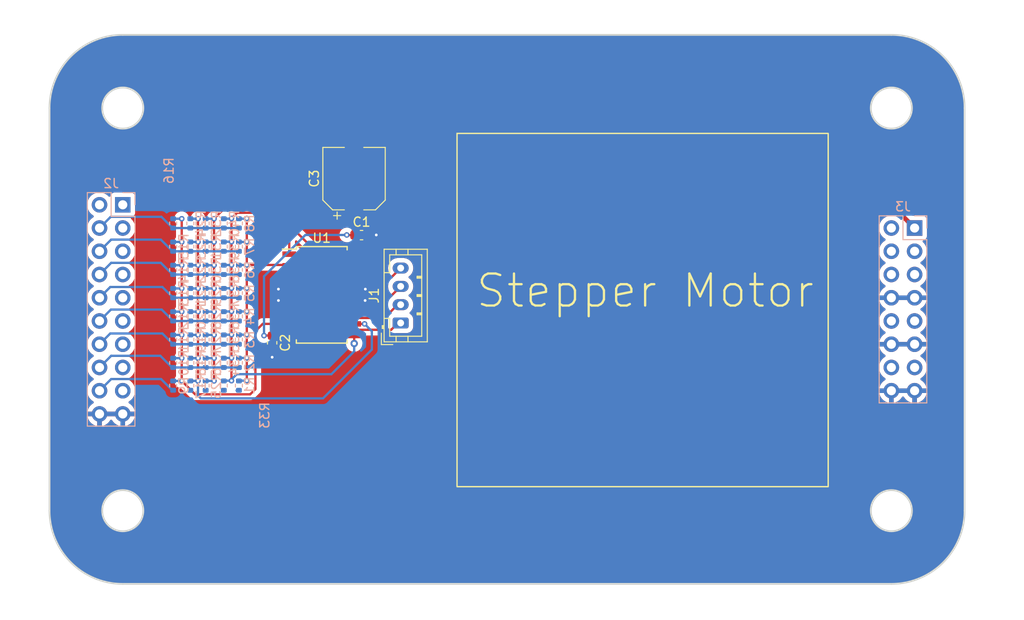
<source format=kicad_pcb>
(kicad_pcb (version 20240108) (generator "pcbnew") (generator_version "8.0")
  (layers (0 "F.Cu" signal) (31 "B.Cu" signal) (34 "B.Paste" user) (35 "F.Paste" user) (36 "B.SilkS" user "B.Silkscreen") (37 "F.SilkS" user "F.Silkscreen") (38 "B.Mask" user) (39 "F.Mask" user) (44 "Edge.Cuts" user))
  (net 0 "")
  (net 1 "GND")
  (net 2 "Net-(J1-Pin_1)")
  (net 3 "Net-(J1-Pin_2)")
  (net 4 "Net-(J1-Pin_3)")
  (net 5 "Net-(J1-Pin_4)")
  (net 6 "Motor_EN")
  (net 7 "Motor_1A")
  (net 8 "DIO0")
  (net 9 "DIO1")
  (net 10 "DIO2")
  (net 11 "DIO3")
  (net 12 "DIO4")
  (net 13 "DIO5")
  (net 14 "DIO6")
  (net 15 "DIO7")
  (net 16 "Motor_4A")
  (net 17 "Motor_3A")
  (net 18 "Motor_2A")
  (net 28 "+12V")
  (footprint "Package_SO:SOIC-16W_5.3x10.2mm_P1.27mm" (layer "F.Cu") (at 125.2822 96.637)
    (property "Reference" "U1")
    (property "Value" "L293D")
  )
  (footprint "Capacitor_SMD:C_0603_1608Metric" (layer "F.Cu") (at 129.6316 90.1092)
    (property "Reference" "C1")
    (property "Value" "100n")
  )
  (footprint "Connector_JST:JST_PH_B4B-PH-K_1x04_P2.00mm_Vertical" (layer "F.Cu") (at 133.9076 99.7132 90)
    (property "Reference" "J1")
    (property "Value" "Conn_01x04_Socket")
  )
  (footprint "Capacitor_SMD:C_0603_1608Metric" (layer "F.Cu") (at 119.8626 101.8794 -90)
    (property "Reference" "C2")
    (property "Value" "100n")
  )
  (footprint "Capacitor_SMD:CP_Elec_6.3x5.2" (layer "F.Cu") (at 128.8128 83.937 90)
    (property "Reference" "C3")
    (property "Value" "4u7")
  )
  (footprint "Resistor_SMD:R_0402_1005Metric" (layer "B.Cu") (at 116.228527 98.987546 90)
    (property "Reference" "R4")
    (property "Value" "0")
  )
  (footprint "Resistor_SMD:R_0402_1005Metric" (layer "B.Cu") (at 109.040327 104.067546 90)
    (property "Reference" "R10")
    (property "Value" "0")
  )
  (footprint "Resistor_SMD:R_0402_1005Metric" (layer "B.Cu") (at 112.596327 106.556746 90)
    (property "Reference" "R25")
    (property "Value" "0")
  )
  (footprint "Resistor_SMD:R_0402_1005Metric" (layer "B.Cu") (at 110.919927 93.907546 90)
    (property "Reference" "R22")
    (property "Value" "0")
  )
  (footprint "Resistor_SMD:R_0402_1005Metric" (layer "B.Cu") (at 116.228527 93.907546 90)
    (property "Reference" "R6")
    (property "Value" "0")
  )
  (footprint "Resistor_SMD:R_0402_1005Metric" (layer "B.Cu") (at 116.228527 106.556746 90)
    (property "Reference" "R1")
    (property "Value" "0")
  )
  (footprint "Resistor_SMD:R_0402_1005Metric" (layer "B.Cu") (at 109.040327 98.987546 90)
    (property "Reference" "R12")
    (property "Value" "0")
  )
  (footprint "Resistor_SMD:R_0402_1005Metric" (layer "B.Cu") (at 116.228527 104.067546 90)
    (property "Reference" "R2")
    (property "Value" "0")
  )
  (footprint "Resistor_SMD:R_0402_1005Metric" (layer "B.Cu") (at 114.577527 104.067546 90)
    (property "Reference" "R34")
    (property "Value" "0")
  )
  (footprint "Resistor_SMD:R_0402_1005Metric" (layer "B.Cu") (at 109.040327 91.367546 90)
    (property "Reference" "R15")
    (property "Value" "0")
  )
  (footprint "Resistor_SMD:R_0402_1005Metric" (layer "B.Cu") (at 114.577527 96.447546 90)
    (property "Reference" "R37")
    (property "Value" "0")
  )
  (footprint "Resistor_SMD:R_0402_1005Metric" (layer "B.Cu") (at 110.919927 96.447546 90)
    (property "Reference" "R21")
    (property "Value" "0")
  )
  (footprint "Resistor_SMD:R_0402_1005Metric" (layer "B.Cu") (at 109.040327 96.447546 90)
    (property "Reference" "R13")
    (property "Value" "0")
  )
  (footprint "Resistor_SMD:R_0402_1005Metric" (layer "B.Cu") (at 112.596327 96.447546 90)
    (property "Reference" "R29")
    (property "Value" "0")
  )
  (footprint "Resistor_SMD:R_0402_1005Metric" (layer "B.Cu") (at 114.577527 106.556746 90)
    (property "Reference" "R33")
    (property "Value" "0")
  )
  (footprint "Resistor_SMD:R_0402_1005Metric" (layer "B.Cu") (at 109.040327 106.556746 90)
    (property "Reference" "R9")
    (property "Value" "0")
  )
  (footprint "Resistor_SMD:R_0402_1005Metric" (layer "B.Cu") (at 112.596327 93.907546 90)
    (property "Reference" "R30")
    (property "Value" "0")
  )
  (footprint "Resistor_SMD:R_0402_1005Metric" (layer "B.Cu") (at 110.919927 106.556746 90)
    (property "Reference" "R17")
    (property "Value" "0")
  )
  (footprint "Resistor_SMD:R_0402_1005Metric" (layer "B.Cu") (at 116.228527 96.447546 90)
    (property "Reference" "R5")
    (property "Value" "0")
  )
  (footprint "Resistor_SMD:R_0402_1005Metric" (layer "B.Cu") (at 112.596327 101.527546 90)
    (property "Reference" "R27")
    (property "Value" "0")
  )
  (footprint "Resistor_SMD:R_0402_1005Metric" (layer "B.Cu") (at 110.919927 104.067546 90)
    (property "Reference" "R18")
    (property "Value" "0")
  )
  (footprint "Resistor_SMD:R_0402_1005Metric" (layer "B.Cu") (at 114.577527 91.367546 90)
    (property "Reference" "R39")
    (property "Value" "0")
  )
  (footprint "Resistor_SMD:R_0402_1005Metric" (layer "B.Cu") (at 116.228527 91.367546 90)
    (property "Reference" "R7")
    (property "Value" "0")
  )
  (footprint "Resistor_SMD:R_0402_1005Metric" (layer "B.Cu") (at 114.577527 101.527546 90)
    (property "Reference" "R35")
    (property "Value" "0")
  )
  (footprint "Connector_PinHeader_2.54mm:PinHeader_2x08_P2.54mm_Vertical" (layer "B.Cu") (at 190.075546 89.335546 180)
    (property "Reference" "J3")
    (property "Value" "Conn_02x08_Odd_Even")
  )
  (footprint "Resistor_SMD:R_0402_1005Metric" (layer "B.Cu") (at 109.040327 101.527546 90)
    (property "Reference" "R11")
    (property "Value" "0")
  )
  (footprint "Resistor_SMD:R_0402_1005Metric" (layer "B.Cu") (at 116.228527 101.527546 90)
    (property "Reference" "R3")
    (property "Value" "0")
  )
  (footprint "Resistor_SMD:R_0402_1005Metric" (layer "B.Cu") (at 114.577527 88.827546 90)
    (property "Reference" "R40")
    (property "Value" "0")
  )
  (footprint "Resistor_SMD:R_0402_1005Metric" (layer "B.Cu") (at 109.040327 93.907546 90)
    (property "Reference" "R14")
    (property "Value" "0")
  )
  (footprint "Resistor_SMD:R_0402_1005Metric" (layer "B.Cu") (at 110.919927 98.987546 90)
    (property "Reference" "R20")
    (property "Value" "0")
  )
  (footprint "Resistor_SMD:R_0402_1005Metric" (layer "B.Cu") (at 110.919927 91.367546 90)
    (property "Reference" "R23")
    (property "Value" "0")
  )
  (footprint "Resistor_SMD:R_0402_1005Metric" (layer "B.Cu") (at 110.919927 88.827546 90)
    (property "Reference" "R24")
    (property "Value" "0")
  )
  (footprint "Resistor_SMD:R_0402_1005Metric" (layer "B.Cu") (at 114.577527 98.987546 90)
    (property "Reference" "R36")
    (property "Value" "0")
  )
  (footprint "Connector_PinHeader_2.54mm:PinHeader_2x10_P2.54mm_Vertical" (layer "B.Cu") (at 103.535546 86.795546 180)
    (property "Reference" "J2")
    (property "Value" "Conn_02x10_Odd_Even")
  )
  (footprint "Resistor_SMD:R_0402_1005Metric" (layer "B.Cu") (at 112.596327 98.987546 90)
    (property "Reference" "R28")
    (property "Value" "0")
  )
  (footprint "Resistor_SMD:R_0402_1005Metric" (layer "B.Cu") (at 112.596327 91.367546 90)
    (property "Reference" "R31")
    (property "Value" "0")
  )
  (footprint "Resistor_SMD:R_0402_1005Metric" (layer "B.Cu") (at 116.228527 88.827546 90)
    (property "Reference" "R8")
    (property "Value" "0")
  )
  (footprint "Resistor_SMD:R_0402_1005Metric" (layer "B.Cu") (at 109.040327 88.827546 90)
    (property "Reference" "R16")
    (property "Value" "0")
  )
  (footprint "Resistor_SMD:R_0402_1005Metric" (layer "B.Cu") (at 110.919927 101.527546 90)
    (property "Reference" "R19")
    (property "Value" "0")
  )
  (footprint "Resistor_SMD:R_0402_1005Metric" (layer "B.Cu") (at 112.596327 104.067546 90)
    (property "Reference" "R26")
    (property "Value" "0")
  )
  (footprint "Resistor_SMD:R_0402_1005Metric" (layer "B.Cu") (at 112.596327 88.827546 90)
    (property "Reference" "R32")
    (property "Value" "0")
  )
  (footprint "Resistor_SMD:R_0402_1005Metric" (layer "B.Cu") (at 114.577527 93.907546 90)
    (property "Reference" "R38")
    (property "Value" "0")
  )
  (gr_rect (start 140.0683 78.994) (end 180.6321 117.602) (stroke (width 0.15)) (fill none) (layer "F.SilkS"))
  (gr_arc (start 195.535546 120.225546) (mid 193.1924 125.8824) (end 187.535546 128.225546) (stroke (width 0.2)) (layer "Edge.Cuts"))
  (gr_arc (start 95.535546 76.225546) (mid 97.878692 70.568692) (end 103.535546 68.225546) (stroke (width 0.2)) (layer "Edge.Cuts"))
  (gr_line (start 187.535546 68.225546) (end 103.535546 68.225546) (stroke (width 0.2)) (layer "Edge.Cuts"))
  (gr_circle (center 187.535546 120.225546) (end 189.785546 120.225546) (stroke (width 0.2)) (fill none) (layer "Edge.Cuts"))
  (gr_line (start 103.535546 128.225546) (end 187.535546 128.225546) (stroke (width 0.2)) (layer "Edge.Cuts"))
  (gr_circle (center 103.535546 76.225546) (end 105.785546 76.225546) (stroke (width 0.2)) (fill none) (layer "Edge.Cuts"))
  (gr_line (start 195.535546 120.225546) (end 195.535546 76.225546) (stroke (width 0.2)) (layer "Edge.Cuts"))
  (gr_circle (center 187.535546 76.225546) (end 189.785546 76.225546) (stroke (width 0.2)) (fill none) (layer "Edge.Cuts"))
  (gr_arc (start 187.535546 68.225546) (mid 193.1924 70.568692) (end 195.535546 76.225546) (stroke (width 0.2)) (layer "Edge.Cuts"))
  (gr_circle (center 103.535546 120.225546) (end 105.785546 120.225546) (stroke (width 0.2)) (fill none) (layer "Edge.Cuts"))
  (gr_line (start 95.535546 76.225546) (end 95.535546 120.225546) (stroke (width 0.2)) (layer "Edge.Cuts"))
  (gr_arc (start 103.535546 128.225546) (mid 97.878692 125.8824) (end 95.535546 120.225546) (stroke (width 0.2)) (layer "Edge.Cuts"))
  (gr_text "Stepper Motor" (at 141.9606 98.2472 0) (layer "F.SilkS") (effects (font (size 3.5 3.5) (thickness 0.25)) (justify left bottom)))
  (segment (start 119.8626 103.4542) (end 119.8626 102.6544) (width 0.25) (layer "F.Cu") (net 1))
  (segment (start 128.8422 96.012) (end 128.8322 96.002) (width 0.508) (layer "F.Cu") (net 1))
  (segment (start 130.422 90.0938) (end 130.4066 90.1092) (width 0.25) (layer "F.Cu") (net 1))
  (segment (start 128.8476 97.2566) (end 128.8322 97.272) (width 0.508) (layer "F.Cu") (net 1))
  (segment (start 121.7222 96.012) (end 121.7322 96.002) (width 0.508) (layer "F.Cu") (net 1))
  (segment (start 130.0226 97.2566) (end 128.8476 97.2566) (width 0.508) (layer "F.Cu") (net 1))
  (segment (start 120.5484 97.2566) (end 121.7168 97.2566) (width 0.508) (layer "F.Cu") (net 1))
  (segment (start 131.2418 90.0938) (end 130.422 90.0938) (width 0.25) (layer "F.Cu") (net 1))
  (segment (start 130.048 96.012) (end 128.8422 96.012) (width 0.508) (layer "F.Cu") (net 1))
  (segment (start 121.7168 97.2566) (end 121.7322 97.272) (width 0.508) (layer "F.Cu") (net 1))
  (segment (start 120.5484 96.012) (end 121.7222 96.012) (width 0.508) (layer "F.Cu") (net 1))
  (via (at 119.8626 103.4542) (size 0.6) (drill 0.3) (layers "F.Cu" "B.Cu") (net 1))
  (via (at 130.048 96.012) (size 0.6) (drill 0.3) (layers "F.Cu" "B.Cu") (net 1))
  (via (at 131.2418 90.0938) (size 0.6) (drill 0.3) (layers "F.Cu" "B.Cu") (net 1))
  (via (at 120.5484 96.012) (size 0.6) (drill 0.3) (layers "F.Cu" "B.Cu") (net 1))
  (via (at 120.5484 97.2566) (size 0.6) (drill 0.3) (layers "F.Cu" "B.Cu") (net 1))
  (via (at 130.0226 97.2566) (size 0.6) (drill 0.3) (layers "F.Cu" "B.Cu") (net 1))
  (segment (start 124.7802 98.542) (end 126.6952 100.457) (width 0.25) (layer "F.Cu") (net 2))
  (segment (start 132.8674 100.457) (end 133.6112 99.7132) (width 0.25) (layer "F.Cu") (net 2))
  (segment (start 126.6952 100.457) (end 132.8674 100.457) (width 0.25) (layer "F.Cu") (net 2))
  (segment (start 133.6112 99.7132) (end 133.9076 99.7132) (width 0.25) (layer "F.Cu") (net 2))
  (segment (start 121.7322 98.542) (end 124.7802 98.542) (width 0.25) (layer "F.Cu") (net 2))
  (segment (start 133.5792 97.7132) (end 133.9076 97.7132) (width 0.25) (layer "F.Cu") (net 3))
  (segment (start 123.053 94.732) (end 127.488 99.167) (width 0.25) (layer "F.Cu") (net 3))
  (segment (start 127.488 99.167) (end 132.1254 99.167) (width 0.25) (layer "F.Cu") (net 3))
  (segment (start 121.7322 94.732) (end 123.053 94.732) (width 0.25) (layer "F.Cu") (net 3))
  (segment (start 132.1254 99.167) (end 133.5792 97.7132) (width 0.25) (layer "F.Cu") (net 3))
  (segment (start 131.0788 98.542) (end 133.9076 95.7132) (width 0.25) (layer "F.Cu") (net 4))
  (segment (start 128.8322 98.542) (end 131.0788 98.542) (width 0.25) (layer "F.Cu") (net 4))
  (segment (start 128.8322 94.732) (end 132.8888 94.732) (width 0.25) (layer "F.Cu") (net 5))
  (segment (start 132.8888 94.732) (end 133.9076 93.7132) (width 0.25) (layer "F.Cu") (net 5))
  (segment (start 121.7322 89.6266) (end 121.7322 92.192) (width 0.25) (layer "F.Cu") (net 6))
  (segment (start 128.8288 101.0854) (end 128.8322 101.082) (width 0.25) (layer "F.Cu") (net 6))
  (segment (start 128.8288 101.9556) (end 128.8288 101.0854) (width 0.25) (layer "F.Cu") (net 6))
  (segment (start 116.038854 87.669146) (end 119.774746 87.669146) (width 0.25) (layer "F.Cu") (net 6))
  (segment (start 115.417727 105.945146) (end 115.341527 106.021346) (width 0.25) (layer "F.Cu") (net 6))
  (segment (start 115.417727 88.296146) (end 115.417727 105.945146) (width 0.25) (layer "F.Cu") (net 6))
  (segment (start 115.417727 88.296146) (end 115.417727 88.290273) (width 0.25) (layer "F.Cu") (net 6))
  (segment (start 119.774746 87.669146) (end 121.7322 89.6266) (width 0.25) (layer "F.Cu") (net 6))
  (segment (start 115.417727 88.290273) (end 116.038854 87.669146) (width 0.25) (layer "F.Cu") (net 6))
  (via (at 115.417727 90.836146) (size 0.6) (drill 0.3) (layers "F.Cu" "B.Cu") (net 6))
  (via (at 115.417727 100.996146) (size 0.6) (drill 0.3) (layers "F.Cu" "B.Cu") (net 6))
  (via (at 115.417727 95.916146) (size 0.6) (drill 0.3) (layers "F.Cu" "B.Cu") (net 6))
  (via (at 128.8288 101.9556) (size 0.8) (drill 0.4) (layers "F.Cu" "B.Cu") (net 6))
  (via (at 115.417727 98.456146) (size 0.6) (drill 0.3) (layers "F.Cu" "B.Cu") (net 6))
  (via (at 115.417727 106.021346) (size 0.6) (drill 0.3) (layers "F.Cu" "B.Cu") (net 6))
  (via (at 115.417727 103.536146) (size 0.6) (drill 0.3) (layers "F.Cu" "B.Cu") (net 6))
  (via (at 115.417727 88.296146) (size 0.6) (drill 0.3) (layers "F.Cu" "B.Cu") (net 6))
  (via (at 115.417727 93.376146) (size 0.6) (drill 0.3) (layers "F.Cu" "B.Cu") (net 6))
  (segment (start 128.8288 101.9556) (end 128.8288 102.8192) (width 0.25) (layer "B.Cu") (net 6))
  (segment (start 115.415727 95.914146) (end 115.417727 95.916146) (width 0.25) (layer "B.Cu") (net 6))
  (segment (start 114.147727 95.916146) (end 114.169127 95.937546) (width 0.25) (layer "B.Cu") (net 6))
  (segment (start 115.415727 100.994146) (end 115.417727 100.996146) (width 0.25) (layer "B.Cu") (net 6))
  (segment (start 115.415727 88.294146) (end 115.417727 88.296146) (width 0.25) (layer "B.Cu") (net 6))
  (segment (start 114.598927 100.996146) (end 114.577527 101.017546) (width 0.25) (layer "B.Cu") (net 6))
  (segment (start 114.598927 98.456146) (end 114.577527 98.477546) (width 0.25) (layer "B.Cu") (net 6))
  (segment (start 115.417727 103.536146) (end 114.598927 103.536146) (width 0.25) (layer "B.Cu") (net 6))
  (segment (start 128.8542 101.9556) (end 128.9812 101.8286) (width 0.25) (layer "B.Cu") (net 6))
  (segment (start 114.169127 95.937546) (end 114.577527 95.937546) (width 0.25) (layer "B.Cu") (net 6))
  (segment (start 115.415727 103.534146) (end 115.417727 103.536146) (width 0.25) (layer "B.Cu") (net 6))
  (segment (start 114.452527 90.836146) (end 115.417727 90.836146) (width 0.25) (layer "B.Cu") (net 6))
  (segment (start 115.417727 93.376146) (end 114.598927 93.376146) (width 0.25) (layer "B.Cu") (net 6))
  (segment (start 114.602927 106.021346) (end 114.577527 106.046746) (width 0.25) (layer "B.Cu") (net 6))
  (segment (start 114.577527 90.857546) (end 114.473927 90.857546) (width 0.25) (layer "B.Cu") (net 6))
  (segment (start 114.473927 90.857546) (end 114.452527 90.836146) (width 0.25) (layer "B.Cu") (net 6))
  (segment (start 128.8288 101.9556) (end 128.8542 101.9556) (width 0.25) (layer "B.Cu") (net 6))
  (segment (start 115.417727 105.883266) (end 115.417727 106.021346) (width 0.25) (layer "B.Cu") (net 6))
  (segment (start 115.415727 93.374146) (end 115.417727 93.376146) (width 0.25) (layer "B.Cu") (net 6))
  (segment (start 114.598927 93.376146) (end 114.577527 93.397546) (width 0.25) (layer "B.Cu") (net 6))
  (segment (start 128.8288 102.8192) (end 126.3396 105.3084) (width 0.25) (layer "B.Cu") (net 6))
  (segment (start 115.417727 106.021346) (end 114.602927 106.021346) (width 0.25) (layer "B.Cu") (net 6))
  (segment (start 114.577527 88.317546) (end 115.396327 88.317546) (width 0.25) (layer "B.Cu") (net 6))
  (segment (start 114.598927 103.536146) (end 114.577527 103.557546) (width 0.25) (layer "B.Cu") (net 6))
  (segment (start 115.415727 90.834146) (end 115.417727 90.836146) (width 0.25) (layer "B.Cu") (net 6))
  (segment (start 126.3396 105.3084) (end 115.992593 105.3084) (width 0.25) (layer "B.Cu") (net 6))
  (segment (start 115.417727 98.456146) (end 114.598927 98.456146) (width 0.25) (layer "B.Cu") (net 6))
  (segment (start 115.417727 95.916146) (end 114.147727 95.916146) (width 0.25) (layer "B.Cu") (net 6))
  (segment (start 115.417727 100.996146) (end 114.598927 100.996146) (width 0.25) (layer "B.Cu") (net 6))
  (segment (start 115.415727 98.454146) (end 115.417727 98.456146) (width 0.25) (layer "B.Cu") (net 6))
  (segment (start 115.992593 105.3084) (end 115.417727 105.883266) (width 0.25) (layer "B.Cu") (net 6))
  (segment (start 115.396327 88.317546) (end 115.417727 88.296146) (width 0.25) (layer "B.Cu") (net 6))
  (segment (start 117.092127 105.943146) (end 117.015927 106.019346) (width 0.25) (layer "F.Cu") (net 7))
  (segment (start 117.095873 93.3704) (end 117.092127 93.374146) (width 0.25) (layer "F.Cu") (net 7))
  (segment (start 117.092127 88.294146) (end 117.092127 105.943146) (width 0.25) (layer "F.Cu") (net 7))
  (segment (start 121.6406 93.3704) (end 117.095873 93.3704) (width 0.25) (layer "F.Cu") (net 7))
  (segment (start 121.7322 93.462) (end 121.6406 93.3704) (width 0.25) (layer "F.Cu") (net 7))
  (via (at 117.092127 93.374146) (size 0.6) (drill 0.3) (layers "F.Cu" "B.Cu") (net 7))
  (via (at 117.092127 90.834146) (size 0.6) (drill 0.3) (layers "F.Cu" "B.Cu") (net 7))
  (via (at 117.092127 98.454146) (size 0.6) (drill 0.3) (layers "F.Cu" "B.Cu") (net 7))
  (via (at 117.092127 106.019346) (size 0.6) (drill 0.3) (layers "F.Cu" "B.Cu") (net 7))
  (via (at 117.092127 95.914146) (size 0.6) (drill 0.3) (layers "F.Cu" "B.Cu") (net 7))
  (via (at 117.092127 88.294146) (size 0.6) (drill 0.3) (layers "F.Cu" "B.Cu") (net 7))
  (via (at 117.092127 103.534146) (size 0.6) (drill 0.3) (layers "F.Cu" "B.Cu") (net 7))
  (via (at 117.092127 100.994146) (size 0.6) (drill 0.3) (layers "F.Cu" "B.Cu") (net 7))
  (segment (start 117.090127 98.452146) (end 117.092127 98.454146) (width 0.25) (layer "B.Cu") (net 7))
  (segment (start 117.092127 98.454146) (end 116.251927 98.454146) (width 0.25) (layer "B.Cu") (net 7))
  (segment (start 117.092127 103.534146) (end 116.251927 103.534146) (width 0.25) (layer "B.Cu") (net 7))
  (segment (start 116.255927 106.019346) (end 116.228527 106.046746) (width 0.25) (layer "B.Cu") (net 7))
  (segment (start 117.092127 100.994146) (end 116.251927 100.994146) (width 0.25) (layer "B.Cu") (net 7))
  (segment (start 117.090127 95.912146) (end 117.092127 95.914146) (width 0.25) (layer "B.Cu") (net 7))
  (segment (start 116.888927 100.994146) (end 116.873527 101.009546) (width 0.25) (layer "B.Cu") (net 7))
  (segment (start 116.251927 100.994146) (end 116.228527 101.017546) (width 0.25) (layer "B.Cu") (net 7))
  (segment (start 117.092127 95.914146) (end 116.251927 95.914146) (width 0.25) (layer "B.Cu") (net 7))
  (segment (start 117.092127 93.374146) (end 116.251927 93.374146) (width 0.25) (layer "B.Cu") (net 7))
  (segment (start 116.251927 93.374146) (end 116.228527 93.397546) (width 0.25) (layer "B.Cu") (net 7))
  (segment (start 117.068727 88.317546) (end 117.092127 88.294146) (width 0.25) (layer "B.Cu") (net 7))
  (segment (start 117.090127 100.992146) (end 117.092127 100.994146) (width 0.25) (layer "B.Cu") (net 7))
  (segment (start 117.090127 93.372146) (end 117.092127 93.374146) (width 0.25) (layer "B.Cu") (net 7))
  (segment (start 116.228527 88.317546) (end 117.068727 88.317546) (width 0.25) (layer "B.Cu") (net 7))
  (segment (start 117.090127 103.532146) (end 117.092127 103.534146) (width 0.25) (layer "B.Cu") (net 7))
  (segment (start 117.090127 88.292146) (end 117.092127 88.294146) (width 0.25) (layer "B.Cu") (net 7))
  (segment (start 116.228527 90.857546) (end 117.068727 90.857546) (width 0.25) (layer "B.Cu") (net 7))
  (segment (start 117.090127 90.832146) (end 117.092127 90.834146) (width 0.25) (layer "B.Cu") (net 7))
  (segment (start 117.092127 100.994146) (end 116.888927 100.994146) (width 0.25) (layer "B.Cu") (net 7))
  (segment (start 117.092127 106.019346) (end 116.255927 106.019346) (width 0.25) (layer "B.Cu") (net 7))
  (segment (start 117.068727 90.857546) (end 117.092127 90.834146) (width 0.25) (layer "B.Cu") (net 7))
  (segment (start 116.251927 95.914146) (end 116.228527 95.937546) (width 0.25) (layer "B.Cu") (net 7))
  (segment (start 116.251927 103.534146) (end 116.228527 103.557546) (width 0.25) (layer "B.Cu") (net 7))
  (segment (start 116.873527 101.009546) (end 116.873527 101.146546) (width 0.25) (layer "B.Cu") (net 7))
  (segment (start 116.251927 98.454146) (end 116.228527 98.477546) (width 0.25) (layer "B.Cu") (net 7))
  (segment (start 102.218492 88.1126) (end 100.995546 89.335546) (width 0.25) (layer "B.Cu") (net 8))
  (segment (start 109.040327 89.337546) (end 108.985873 89.337546) (width 0.25) (layer "B.Cu") (net 8))
  (segment (start 108.985873 89.337546) (end 107.760927 88.1126) (width 0.25) (layer "B.Cu") (net 8))
  (segment (start 107.760927 88.1126) (end 102.218492 88.1126) (width 0.25) (layer "B.Cu") (net 8))
  (segment (start 109.040327 89.337546) (end 116.228527 89.337546) (width 0.25) (layer "B.Cu") (net 8))
  (segment (start 109.038581 89.339292) (end 109.040327 89.337546) (width 0.25) (layer "B.Cu") (net 8))
  (segment (start 109.040327 91.877546) (end 116.228527 91.877546) (width 0.25) (layer "B.Cu") (net 9))
  (segment (start 108.969746 91.875546) (end 107.696 90.6018) (width 0.25) (layer "B.Cu") (net 9))
  (segment (start 102.269292 90.6018) (end 100.995546 91.875546) (width 0.25) (layer "B.Cu") (net 9))
  (segment (start 107.696 90.6018) (end 102.269292 90.6018) (width 0.25) (layer "B.Cu") (net 9))
  (segment (start 109.038581 91.879292) (end 109.040327 91.877546) (width 0.25) (layer "B.Cu") (net 9))
  (segment (start 109.040327 94.417546) (end 116.228527 94.417546) (width 0.25) (layer "B.Cu") (net 10))
  (segment (start 109.038581 94.419292) (end 109.040327 94.417546) (width 0.25) (layer "B.Cu") (net 10))
  (segment (start 107.696 93.1418) (end 102.269292 93.1418) (width 0.25) (layer "B.Cu") (net 10))
  (segment (start 108.971746 94.417546) (end 107.696 93.1418) (width 0.25) (layer "B.Cu") (net 10))
  (segment (start 102.269292 93.1418) (end 100.995546 94.415546) (width 0.25) (layer "B.Cu") (net 10))
  (segment (start 109.040327 94.417546) (end 108.971746 94.417546) (width 0.25) (layer "B.Cu") (net 10))
  (segment (start 107.863327 95.780546) (end 102.170546 95.780546) (width 0.25) (layer "B.Cu") (net 11))
  (segment (start 109.040327 96.957546) (end 107.863327 95.780546) (width 0.25) (layer "B.Cu") (net 11))
  (segment (start 109.040327 96.957546) (end 116.228527 96.957546) (width 0.25) (layer "B.Cu") (net 11))
  (segment (start 102.170546 95.780546) (end 100.995546 96.955546) (width 0.25) (layer "B.Cu") (net 11))
  (segment (start 109.038581 96.959292) (end 109.040327 96.957546) (width 0.25) (layer "B.Cu") (net 11))
  (segment (start 109.040327 96.957546) (end 109.042327 96.955546) (width 0.25) (layer "B.Cu") (net 11))
  (segment (start 109.040327 99.497546) (end 116.228527 99.497546) (width 0.25) (layer "B.Cu") (net 12))
  (segment (start 109.038581 99.499292) (end 109.040327 99.497546) (width 0.25) (layer "B.Cu") (net 12))
  (segment (start 109.040327 99.497546) (end 109.042327 99.495546) (width 0.25) (layer "B.Cu") (net 12))
  (segment (start 109.040327 99.497546) (end 107.789981 98.2472) (width 0.25) (layer "B.Cu") (net 12))
  (segment (start 102.243892 98.2472) (end 100.995546 99.495546) (width 0.25) (layer "B.Cu") (net 12))
  (segment (start 107.789981 98.2472) (end 102.243892 98.2472) (width 0.25) (layer "B.Cu") (net 12))
  (segment (start 109.038581 102.039292) (end 109.040327 102.037546) (width 0.25) (layer "B.Cu") (net 13))
  (segment (start 102.170546 100.860546) (end 100.995546 102.035546) (width 0.25) (layer "B.Cu") (net 13))
  (segment (start 109.040327 102.037546) (end 116.228527 102.037546) (width 0.25) (layer "B.Cu") (net 13))
  (segment (start 107.863327 100.860546) (end 102.170546 100.860546) (width 0.25) (layer "B.Cu") (net 13))
  (segment (start 109.042327 102.035546) (end 111.986854 102.035546) (width 0.25) (layer "B.Cu") (net 13))
  (segment (start 109.040327 102.037546) (end 107.863327 100.860546) (width 0.25) (layer "B.Cu") (net 13))
  (segment (start 109.040327 102.037546) (end 109.042327 102.035546) (width 0.25) (layer "B.Cu") (net 13))
  (segment (start 109.040327 104.577546) (end 108.918946 104.577546) (width 0.25) (layer "B.Cu") (net 14))
  (segment (start 107.6432 103.3018) (end 102.269292 103.3018) (width 0.25) (layer "B.Cu") (net 14))
  (segment (start 108.918946 104.577546) (end 107.6432 103.3018) (width 0.25) (layer "B.Cu") (net 14))
  (segment (start 102.269292 103.3018) (end 100.995546 104.575546) (width 0.25) (layer "B.Cu") (net 14))
  (segment (start 109.040327 104.577546) (end 116.228527 104.577546) (width 0.25) (layer "B.Cu") (net 14))
  (segment (start 108.946346 107.066746) (end 109.040327 107.066746) (width 0.25) (layer "B.Cu") (net 15))
  (segment (start 102.269292 105.8418) (end 107.7214 105.8418) (width 0.25) (layer "B.Cu") (net 15))
  (segment (start 115.972781 107.093892) (end 116.025327 107.041346) (width 0.25) (layer "B.Cu") (net 15))
  (segment (start 107.7214 105.8418) (end 108.946346 107.066746) (width 0.25) (layer "B.Cu") (net 15))
  (segment (start 116.175981 107.119292) (end 116.228527 107.066746) (width 0.25) (layer "B.Cu") (net 15))
  (segment (start 116.179727 107.115546) (end 116.228527 107.066746) (width 0.25) (layer "B.Cu") (net 15))
  (segment (start 100.995546 107.115546) (end 102.269292 105.8418) (width 0.25) (layer "B.Cu") (net 15))
  (segment (start 109.0168 107.1118) (end 109.063854 107.064746) (width 0.25) (layer "B.Cu") (net 15))
  (segment (start 113.510727 88.319546) (end 113.510727 88.317673) (width 0.25) (layer "F.Cu") (net 16))
  (segment (start 114.609254 87.219146) (end 119.961142 87.219146) (width 0.25) (layer "F.Cu") (net 16))
  (segment (start 126.203996 93.462) (end 128.8322 93.462) (width 0.25) (layer "F.Cu") (net 16))
  (segment (start 113.510727 88.317673) (end 114.609254 87.219146) (width 0.25) (layer "F.Cu") (net 16))
  (segment (start 119.961142 87.219146) (end 126.203996 93.462) (width 0.25) (layer "F.Cu") (net 16))
  (segment (start 113.510727 105.968546) (end 113.434527 106.044746) (width 0.25) (layer "F.Cu") (net 16))
  (segment (start 113.510727 88.319546) (end 113.510727 105.968546) (width 0.25) (layer "F.Cu") (net 16))
  (via (at 113.510727 101.019546) (size 0.6) (drill 0.3) (layers "F.Cu" "B.Cu") (net 16))
  (via (at 113.510727 93.399546) (size 0.6) (drill 0.3) (layers "F.Cu" "B.Cu") (net 16))
  (via (at 113.510727 103.559546) (size 0.6) (drill 0.3) (layers "F.Cu" "B.Cu") (net 16))
  (via (at 113.510727 106.044746) (size 0.6) (drill 0.3) (layers "F.Cu" "B.Cu") (net 16))
  (via (at 113.510727 95.939546) (size 0.6) (drill 0.3) (layers "F.Cu" "B.Cu") (net 16))
  (via (at 113.510727 90.859546) (size 0.6) (drill 0.3) (layers "F.Cu" "B.Cu") (net 16))
  (via (at 113.510727 98.479546) (size 0.6) (drill 0.3) (layers "F.Cu" "B.Cu") (net 16))
  (via (at 113.510727 88.319546) (size 0.6) (drill 0.3) (layers "F.Cu" "B.Cu") (net 16))
  (segment (start 113.508727 90.857546) (end 113.510727 90.859546) (width 0.25) (layer "B.Cu") (net 16))
  (segment (start 113.510727 90.859546) (end 112.598327 90.859546) (width 0.25) (layer "B.Cu") (net 16))
  (segment (start 113.508727 103.557546) (end 113.510727 103.559546) (width 0.25) (layer "B.Cu") (net 16))
  (segment (start 112.598327 95.939546) (end 112.596327 95.937546) (width 0.25) (layer "B.Cu") (net 16))
  (segment (start 113.508727 93.397546) (end 113.510727 93.399546) (width 0.25) (layer "B.Cu") (net 16))
  (segment (start 113.510727 103.559546) (end 112.598327 103.559546) (width 0.25) (layer "B.Cu") (net 16))
  (segment (start 113.510727 98.479546) (end 112.598327 98.479546) (width 0.25) (layer "B.Cu") (net 16))
  (segment (start 113.508727 98.477546) (end 113.510727 98.479546) (width 0.25) (layer "B.Cu") (net 16))
  (segment (start 113.508727 88.317546) (end 113.510727 88.319546) (width 0.25) (layer "B.Cu") (net 16))
  (segment (start 113.510727 95.939546) (end 112.598327 95.939546) (width 0.25) (layer "B.Cu") (net 16))
  (segment (start 113.510727 106.044746) (end 112.598327 106.044746) (width 0.25) (layer "B.Cu") (net 16))
  (segment (start 113.508727 95.937546) (end 113.510727 95.939546) (width 0.25) (layer "B.Cu") (net 16))
  (segment (start 113.508727 101.017546) (end 113.510727 101.019546) (width 0.25) (layer "B.Cu") (net 16))
  (segment (start 112.598327 106.044746) (end 112.596327 106.046746) (width 0.25) (layer "B.Cu") (net 16))
  (segment (start 112.598327 90.859546) (end 112.596327 90.857546) (width 0.25) (layer "B.Cu") (net 16))
  (segment (start 112.598327 98.479546) (end 112.596327 98.477546) (width 0.25) (layer "B.Cu") (net 16))
  (segment (start 112.598327 93.399546) (end 112.596327 93.397546) (width 0.25) (layer "B.Cu") (net 16))
  (segment (start 113.510727 101.019546) (end 112.598327 101.019546) (width 0.25) (layer "B.Cu") (net 16))
  (segment (start 112.596327 88.317546) (end 113.508727 88.317546) (width 0.25) (layer "B.Cu") (net 16))
  (segment (start 113.510727 93.399546) (end 112.598327 93.399546) (width 0.25) (layer "B.Cu") (net 16))
  (segment (start 112.598327 101.019546) (end 112.596327 101.017546) (width 0.25) (layer "B.Cu") (net 16))
  (segment (start 111.758127 88.319546) (end 111.758127 105.968546) (width 0.25) (layer "F.Cu") (net 17))
  (segment (start 129.9618 99.812) (end 128.8322 99.812) (width 0.25) (layer "F.Cu") (net 17))
  (segment (start 128.8322 99.812) (end 128.4378 99.812) (width 0.25) (layer "F.Cu") (net 17))
  (segment (start 111.759746 106.044746) (end 111.758127 106.044746) (width 0.25) (layer "F.Cu") (net 17))
  (segment (start 111.758127 105.968546) (end 111.681927 106.044746) (width 0.25) (layer "F.Cu") (net 17))
  (via (at 111.758127 88.319546) (size 0.6) (drill 0.3) (layers "F.Cu" "B.Cu") (net 17))
  (via (at 111.758127 90.859546) (size 0.6) (drill 0.3) (layers "F.Cu" "B.Cu") (net 17))
  (via (at 111.758127 103.559546) (size 0.6) (drill 0.3) (layers "F.Cu" "B.Cu") (net 17))
  (via (at 111.758127 98.479546) (size 0.6) (drill 0.3) (layers "F.Cu" "B.Cu") (net 17))
  (via (at 111.758127 93.399546) (size 0.6) (drill 0.3) (layers "F.Cu" "B.Cu") (net 17))
  (via (at 129.9618 99.812) (size 0.6) (drill 0.3) (layers "F.Cu" "B.Cu") (net 17))
  (via (at 111.758127 101.019546) (size 0.6) (drill 0.3) (layers "F.Cu" "B.Cu") (net 17))
  (via (at 111.758127 106.044746) (size 0.6) (drill 0.3) (layers "F.Cu" "B.Cu") (net 17))
  (via (at 111.758127 95.939546) (size 0.6) (drill 0.3) (layers "F.Cu" "B.Cu") (net 17))
  (segment (start 110.921927 93.399546) (end 110.919927 93.397546) (width 0.25) (layer "B.Cu") (net 17))
  (segment (start 111.758127 107.643327) (end 111.758127 106.044746) (width 0.25) (layer "B.Cu") (net 17))
  (segment (start 111.756127 95.937546) (end 111.758127 95.939546) (width 0.25) (layer "B.Cu") (net 17))
  (segment (start 110.921927 103.559546) (end 110.919927 103.557546) (width 0.25) (layer "B.Cu") (net 17))
  (segment (start 110.919927 88.317546) (end 111.756127 88.317546) (width 0.25) (layer "B.Cu") (net 17))
  (segment (start 111.758127 103.559546) (end 110.921927 103.559546) (width 0.25) (layer "B.Cu") (net 17))
  (segment (start 130.7592 102.616) (end 125.4252 107.95) (width 0.25) (layer "B.Cu") (net 17))
  (segment (start 129.9618 99.812) (end 130.7592 100.6094) (width 0.25) (layer "B.Cu") (net 17))
  (segment (start 111.758127 95.939546) (end 110.921927 95.939546) (width 0.25) (layer "B.Cu") (net 17))
  (segment (start 112.0648 107.95) (end 111.758127 107.643327) (width 0.25) (layer "B.Cu") (net 17))
  (segment (start 111.756127 88.317546) (end 111.758127 88.319546) (width 0.25) (layer "B.Cu") (net 17))
  (segment (start 111.756127 101.017546) (end 111.758127 101.019546) (width 0.25) (layer "B.Cu") (net 17))
  (segment (start 111.758127 106.044746) (end 110.921927 106.044746) (width 0.25) (layer "B.Cu") (net 17))
  (segment (start 110.921927 90.859546) (end 110.919927 90.857546) (width 0.25) (layer "B.Cu") (net 17))
  (segment (start 111.756127 103.557546) (end 111.758127 103.559546) (width 0.25) (layer "B.Cu") (net 17))
  (segment (start 130.7592 100.6094) (end 130.7592 102.616) (width 0.25) (layer "B.Cu") (net 17))
  (segment (start 111.756127 98.477546) (end 111.758127 98.479546) (width 0.25) (layer "B.Cu") (net 17))
  (segment (start 111.756127 90.857546) (end 111.758127 90.859546) (width 0.25) (layer "B.Cu") (net 17))
  (segment (start 110.921927 106.044746) (end 110.919927 106.046746) (width 0.25) (layer "B.Cu") (net 17))
  (segment (start 111.758127 93.399546) (end 110.921927 93.399546) (width 0.25) (layer "B.Cu") (net 17))
  (segment (start 110.921927 98.479546) (end 110.919927 98.477546) (width 0.25) (layer "B.Cu") (net 17))
  (segment (start 111.758127 98.479546) (end 110.921927 98.479546) (width 0.25) (layer "B.Cu") (net 17))
  (segment (start 111.756127 93.397546) (end 111.758127 93.399546) (width 0.25) (layer "B.Cu") (net 17))
  (segment (start 111.758127 105.910666) (end 111.758127 106.044746) (width 0.25) (layer "B.Cu") (net 17))
  (segment (start 110.921927 95.939546) (end 110.919927 95.937546) (width 0.25) (layer "B.Cu") (net 17))
  (segment (start 125.4252 107.95) (end 112.0648 107.95) (width 0.25) (layer "B.Cu") (net 17))
  (segment (start 110.921927 101.019546) (end 110.919927 101.017546) (width 0.25) (layer "B.Cu") (net 17))
  (segment (start 111.758127 101.019546) (end 110.921927 101.019546) (width 0.25) (layer "B.Cu") (net 17))
  (segment (start 111.758127 90.859546) (end 110.921927 90.859546) (width 0.25) (layer "B.Cu") (net 17))
  (segment (start 118.0338 106.935396) (end 118.0338 100.6094) (width 0.25) (layer "F.Cu") (net 18))
  (segment (start 118.8312 99.812) (end 121.7322 99.812) (width 0.25) (layer "F.Cu") (net 18))
  (segment (start 117.458196 107.511) (end 118.0338 106.935396) (width 0.25) (layer "F.Cu") (net 18))
  (segment (start 109.980127 88.319546) (end 109.980127 105.968546) (width 0.25) (layer "F.Cu") (net 18))
  (segment (start 109.980127 105.968546) (end 109.903927 106.044746) (width 0.25) (layer "F.Cu") (net 18))
  (segment (start 111.446381 107.511) (end 117.458196 107.511) (width 0.25) (layer "F.Cu") (net 18))
  (segment (start 118.0338 100.6094) (end 118.8312 99.812) (width 0.25) (layer "F.Cu") (net 18))
  (segment (start 109.980127 106.044746) (end 111.446381 107.511) (width 0.25) (layer "F.Cu") (net 18))
  (via (at 109.980127 106.044746) (size 0.6) (drill 0.3) (layers "F.Cu" "B.Cu") (net 18))
  (via (at 109.980127 95.939546) (size 0.6) (drill 0.3) (layers "F.Cu" "B.Cu") (net 18))
  (via (at 109.980127 103.559546) (size 0.6) (drill 0.3) (layers "F.Cu" "B.Cu") (net 18))
  (via (at 109.980127 88.319546) (size 0.6) (drill 0.3) (layers "F.Cu" "B.Cu") (net 18))
  (via (at 109.980127 93.399546) (size 0.6) (drill 0.3) (layers "F.Cu" "B.Cu") (net 18))
  (via (at 109.980127 101.019546) (size 0.6) (drill 0.3) (layers "F.Cu" "B.Cu") (net 18))
  (via (at 109.980127 90.859546) (size 0.6) (drill 0.3) (layers "F.Cu" "B.Cu") (net 18))
  (via (at 109.980127 98.479546) (size 0.6) (drill 0.3) (layers "F.Cu" "B.Cu") (net 18))
  (segment (start 109.978127 95.937546) (end 109.980127 95.939546) (width 0.25) (layer "B.Cu") (net 18))
  (segment (start 109.040327 93.397546) (end 109.978127 93.397546) (width 0.25) (layer "B.Cu") (net 18))
  (segment (start 109.040327 90.857546) (end 109.978127 90.857546) (width 0.25) (layer "B.Cu") (net 18))
  (segment (start 109.978127 90.857546) (end 109.980127 90.859546) (width 0.25) (layer "B.Cu") (net 18))
  (segment (start 109.903927 106.044746) (end 109.040327 106.044746) (width 0.25) (layer "B.Cu") (net 18))
  (segment (start 109.978127 93.397546) (end 109.980127 93.399546) (width 0.25) (layer "B.Cu") (net 18))
  (segment (start 109.040327 103.557546) (end 109.978127 103.557546) (width 0.25) (layer "B.Cu") (net 18))
  (segment (start 109.978127 101.017546) (end 109.980127 101.019546) (width 0.25) (layer "B.Cu") (net 18))
  (segment (start 109.040327 95.937546) (end 109.978127 95.937546) (width 0.25) (layer "B.Cu") (net 18))
  (segment (start 109.978127 88.317546) (end 109.980127 88.319546) (width 0.25) (layer "B.Cu") (net 18))
  (segment (start 109.978127 103.557546) (end 109.980127 103.559546) (width 0.25) (layer "B.Cu") (net 18))
  (segment (start 109.040327 98.477546) (end 109.978127 98.477546) (width 0.25) (layer "B.Cu") (net 18))
  (segment (start 109.040327 101.017546) (end 109.978127 101.017546) (width 0.25) (layer "B.Cu") (net 18))
  (segment (start 109.978127 98.477546) (end 109.980127 98.479546) (width 0.25) (layer "B.Cu") (net 18))
  (segment (start 109.040327 88.317546) (end 109.978127 88.317546) (width 0.25) (layer "B.Cu") (net 18))
  (segment (start 121.7322 101.082) (end 118.9836 101.082) (width 0.25) (layer "F.Cu") (net 28))
  (segment (start 128.8128 86.737) (end 128.8128 90.0654) (width 0.508) (layer "F.Cu") (net 28))
  (segment (start 190.075546 89.335546) (end 187.6334 86.8934) (width 0.508) (layer "F.Cu") (net 28))
  (segment (start 128.0314 90.1092) (end 128.016 90.0938) (width 0.25) (layer "F.Cu") (net 28))
  (segment (start 118.9836 101.082) (end 118.9736 101.092) (width 0.25) (layer "F.Cu") (net 28))
  (segment (start 128.8566 90.1092) (end 128.0314 90.1092) (width 0.25) (layer "F.Cu") (net 28))
  (segment (start 187.6334 86.8934) (end 128.9692 86.8934) (width 0.508) (layer "F.Cu") (net 28))
  (segment (start 128.8128 90.0654) (end 128.8566 90.1092) (width 0.508) (layer "F.Cu") (net 28))
  (segment (start 128.8566 92.1676) (end 128.8322 92.192) (width 0.25) (layer "F.Cu") (net 28))
  (segment (start 128.8566 90.1092) (end 128.8566 92.1676) (width 0.25) (layer "F.Cu") (net 28))
  (segment (start 128.9692 86.8934) (end 128.8128 86.737) (width 0.508) (layer "F.Cu") (net 28))
  (segment (start 121.7446 101.0944) (end 121.7322 101.082) (width 0.25) (layer "F.Cu") (net 28))
  (via (at 118.9736 101.092) (size 0.6) (drill 0.3) (layers "F.Cu" "B.Cu") (net 28))
  (via (at 128.016 90.0938) (size 0.6) (drill 0.3) (layers "F.Cu" "B.Cu") (net 28))
  (segment (start 123.4948 90.0938) (end 118.9736 94.615) (width 0.25) (layer "B.Cu") (net 28))
  (segment (start 118.9736 94.615) (end 118.9736 101.092) (width 0.25) (layer "B.Cu") (net 28))
  (segment (start 128.016 90.0938) (end 123.4948 90.0938) (width 0.25) (layer "B.Cu") (net 28))
  (zone (net 1) (net_name "GND") (layers "F&B.Cu") (connect_pads (clearance 0.5)) (min_thickness 0.25) (fill yes (thermal_gap 0.5) (thermal_bridge_width 0.5))
    (polygon (pts (xy 92.8116 64.4144) (xy 200.4314 64.9224) (xy 202.0316 131.7498) (xy 90.1192 132.1562) (xy 92.9894 64.4906)))
  )
)
</source>
